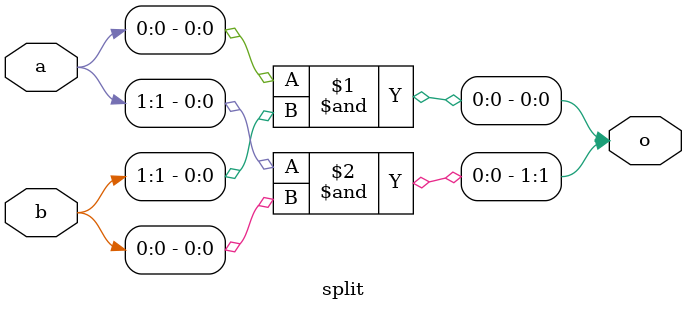
<source format=v>
/*
 * Copyright © 2019, Massachusetts Institute of Technology
 *
 * All rights reserved.
 *
 * Redistribution and use in source and binary forms, with or without
 * modification, are permitted provided that the following conditions are met:
 *
 * 1. Redistributions of source code must retain the above copyright notice,
 *    this list of conditions and the following disclaimer.
 * 2. Redistributions in binary form must reproduce the above copyright notice,
 *    this list of conditions and the following disclaimer in the documentation
 *    and/or other materials provided with the distribution.
 *
 * THIS SOFTWARE IS PROVIDED BY THE COPYRIGHT HOLDERS AND CONTRIBUTORS "AS IS"
 * AND ANY EXPRESS OR IMPLIED WARRANTIES, INCLUDING, BUT NOT LIMITED TO, THE
 * IMPLIED WARRANTIES OF MERCHANTABILITY AND FITNESS FOR A PARTICULAR PURPOSE
 * ARE DISCLAIMED. IN NO EVENT SHALL THE COPYRIGHT OWNER OR CONTRIBUTORS BE
 * LIABLE FOR ANY DIRECT, INDIRECT, INCIDENTAL, SPECIAL, EXEMPLARY, OR
 * CONSEQUENTIAL DAMAGES (INCLUDING, BUT NOT LIMITED TO, PROCUREMENT OF
 * SUBSTITUTE GOODS OR SERVICES; LOSS OF USE, DATA, OR PROFITS; OR BUSINESS
 * INTERRUPTION) HOWEVER CAUSED AND ON ANY THEORY OF LIABILITY, WHETHER IN
 * CONTRACT, STRICT LIABILITY, OR TORT (INCLUDING NEGLIGENCE OR OTHERWISE)
 * ARISING IN ANY WAY OUT OF THE USE OF THIS SOFTWARE, EVEN IF ADVISED OF THE
 * POSSIBILITY OF SUCH DAMAGE.
 */

module split(input [1:0] a, input[1:0] b, output [1:0] o);
  assign o[0] = a[0] & b[1];
  assign o[1] = a[1] & b[0];
endmodule

</source>
